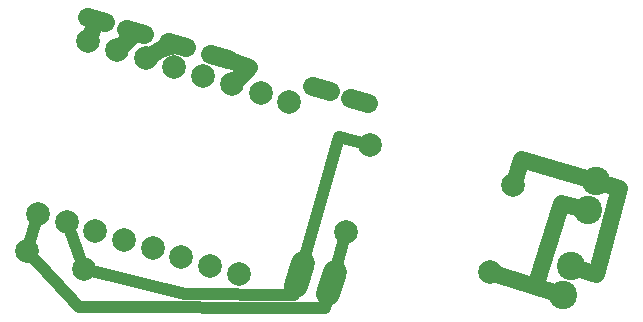
<source format=gbr>
%FSLAX34Y34*%
%MOMM*%
%LNCOPPER_BOTTOM*%
G71*
G01*
%ADD10C,1.600*%
%ADD11C,2.000*%
%ADD12C,1.400*%
%ADD13C,2.400*%
%ADD14C,1.000*%
%ADD15C,2.000*%
%LPD*%
G54D10*
X149084Y241987D02*
X133704Y246397D01*
X319739Y74897D02*
G54D11*
D03*
X442120Y40958D02*
G54D11*
D03*
X461205Y114451D02*
G54D11*
D03*
X340103Y148325D02*
G54D11*
D03*
G54D12*
X510582Y46205D02*
X531238Y39507D01*
X551341Y111555D01*
X531386Y117663D01*
X468124Y136861D01*
X461205Y114451D01*
X504008Y21670D02*
G54D13*
D03*
X510582Y46205D02*
G54D13*
D03*
G54D12*
X524812Y93128D02*
X501564Y99331D01*
X480089Y28740D01*
G54D12*
X442120Y40958D02*
X504008Y21670D01*
X98417Y43664D02*
G54D11*
D03*
X49968Y58940D02*
G54D11*
D03*
G54D10*
X115794Y252413D02*
X100413Y256823D01*
G54D10*
X184374Y231561D02*
X168994Y235971D01*
G54D10*
X219941Y221095D02*
X204561Y225505D01*
X101789Y236408D02*
G54D11*
D03*
X126105Y229067D02*
G54D11*
D03*
X150421Y221725D02*
G54D11*
D03*
X199053Y207042D02*
G54D11*
D03*
X223368Y199701D02*
G54D11*
D03*
X247685Y192360D02*
G54D11*
D03*
X272000Y185018D02*
G54D11*
D03*
X174737Y214384D02*
G54D11*
D03*
X59016Y90134D02*
G54D11*
D03*
X83332Y82792D02*
G54D11*
D03*
X107647Y75451D02*
G54D11*
D03*
X156279Y60768D02*
G54D11*
D03*
X180595Y53426D02*
G54D11*
D03*
X204911Y46085D02*
G54D11*
D03*
X229227Y38744D02*
G54D11*
D03*
X131963Y68110D02*
G54D11*
D03*
X524812Y93128D02*
G54D13*
D03*
X531386Y117663D02*
G54D13*
D03*
G54D12*
X101789Y236408D02*
X108104Y254618D01*
G54D12*
X126105Y229067D02*
X141394Y244192D01*
G54D12*
X223368Y199701D02*
X238136Y214296D01*
X212251Y223300D01*
G54D12*
X150421Y221725D02*
X162080Y229888D01*
X176684Y233766D01*
G54D14*
X319739Y74897D02*
X301886Y9999D01*
X94171Y11187D01*
X49968Y58940D01*
X59016Y90134D01*
G54D14*
X340103Y148325D02*
X313694Y155074D01*
X276118Y21438D01*
X183406Y22595D01*
X98417Y43664D01*
X83332Y82792D01*
G54D15*
X277775Y29162D02*
X283288Y48387D01*
G54D15*
X304844Y21931D02*
X310356Y41157D01*
G54D10*
X291350Y198339D02*
X306650Y193661D01*
G54D10*
X323350Y188339D02*
X338650Y183661D01*
M02*

</source>
